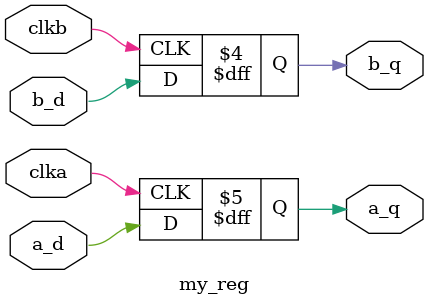
<source format=v>
module my_reg(input clka, input clkb, input a_d, b_d, output reg a_q, b_q);

    initial a_q = 0;
    always @ (posedge clka)
        a_q <= a_d;

    //cover property ((a_q == 1) && (a_d == 0));

    always @ (negedge clkb)
        b_q <= b_d;
endmodule

</source>
